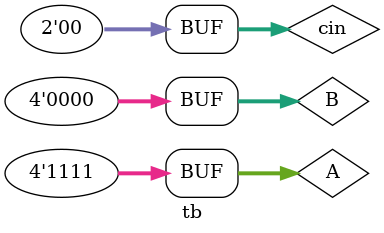
<source format=sv>
module tb;
  reg [3:0]A;
  reg [3:0]B;
  reg [1:0]cin;
  wire [3:0]carry;
  wire [3:0]sum;
  fourbitripplecarryadder a0(A,B,cin,sum,carry);
  initial
    begin
      A<=4'b1111;
      B<=4'b0000;
      cin<=1'b0;
    end
  initial
    begin
    $dumpfile("fourbitripplecarryadder.vcd");
  $dumpvars(0,tb);
      $monitor(" A=%b B=%b cin=%b Sum=%b carry=%b ",A,B,cin,sum,carry[3]);
      // carry[3] since last carry is the one supposed to be in the output
  end
endmodule
</source>
